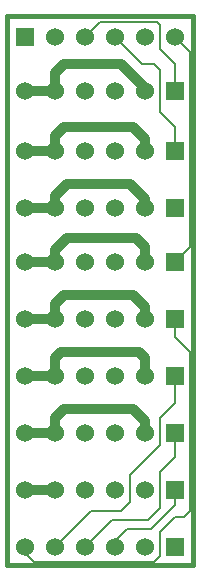
<source format=gtl>
G04 (created by PCBNEW-RS274X (2012-apr-16-27)-stable) date Sun 15 Dec 2013 09:24:04 PM EET*
G01*
G70*
G90*
%MOIN*%
G04 Gerber Fmt 3.4, Leading zero omitted, Abs format*
%FSLAX34Y34*%
G04 APERTURE LIST*
%ADD10C,0.006000*%
%ADD11C,0.015000*%
%ADD12R,0.060000X0.060000*%
%ADD13C,0.060000*%
%ADD14C,0.008000*%
%ADD15C,0.032000*%
G04 APERTURE END LIST*
G54D10*
G54D11*
X24500Y-12400D02*
X24500Y-30700D01*
X30700Y-12400D02*
X24500Y-12400D01*
X30700Y-30700D02*
X30700Y-12400D01*
X24500Y-30700D02*
X30700Y-30700D01*
G54D12*
X30100Y-14900D03*
G54D13*
X29100Y-14900D03*
X28100Y-14900D03*
X27100Y-14900D03*
X26100Y-14900D03*
X25100Y-14900D03*
G54D12*
X30100Y-16900D03*
G54D13*
X29100Y-16900D03*
X28100Y-16900D03*
X27100Y-16900D03*
X26100Y-16900D03*
X25100Y-16900D03*
G54D12*
X30100Y-18800D03*
G54D13*
X29100Y-18800D03*
X28100Y-18800D03*
X27100Y-18800D03*
X26100Y-18800D03*
X25100Y-18800D03*
G54D12*
X30100Y-20600D03*
G54D13*
X29100Y-20600D03*
X28100Y-20600D03*
X27100Y-20600D03*
X26100Y-20600D03*
X25100Y-20600D03*
G54D12*
X30100Y-22500D03*
G54D13*
X29100Y-22500D03*
X28100Y-22500D03*
X27100Y-22500D03*
X26100Y-22500D03*
X25100Y-22500D03*
G54D12*
X30100Y-24400D03*
G54D13*
X29100Y-24400D03*
X28100Y-24400D03*
X27100Y-24400D03*
X26100Y-24400D03*
X25100Y-24400D03*
G54D12*
X30100Y-26300D03*
G54D13*
X29100Y-26300D03*
X28100Y-26300D03*
X27100Y-26300D03*
X26100Y-26300D03*
X25100Y-26300D03*
G54D12*
X30100Y-28200D03*
G54D13*
X29100Y-28200D03*
X28100Y-28200D03*
X27100Y-28200D03*
X26100Y-28200D03*
X25100Y-28200D03*
G54D12*
X25100Y-13100D03*
G54D13*
X26100Y-13100D03*
X27100Y-13100D03*
X28100Y-13100D03*
X29100Y-13100D03*
X30100Y-13100D03*
G54D12*
X30100Y-30100D03*
G54D13*
X29100Y-30100D03*
X28100Y-30100D03*
X27100Y-30100D03*
X26100Y-30100D03*
X25100Y-30100D03*
G54D14*
X29500Y-12600D02*
X29600Y-12700D01*
X27600Y-12600D02*
X29500Y-12600D01*
X27100Y-13100D02*
X27600Y-12600D01*
X30100Y-14000D02*
X30100Y-14900D01*
X29600Y-13500D02*
X30100Y-14000D01*
X29600Y-12700D02*
X29600Y-13500D01*
X30100Y-16100D02*
X30100Y-16900D01*
X28100Y-13100D02*
X29000Y-14000D01*
X29600Y-15600D02*
X30100Y-16100D01*
X29600Y-14200D02*
X29600Y-15600D01*
X29000Y-14000D02*
X29400Y-14000D01*
X29400Y-14000D02*
X29600Y-14200D01*
X30100Y-13100D02*
X30600Y-13600D01*
X30600Y-20100D02*
X30100Y-20600D01*
X30600Y-13600D02*
X30600Y-20100D01*
X25100Y-30100D02*
X25100Y-30300D01*
X30100Y-23100D02*
X30100Y-22500D01*
X30600Y-28900D02*
X30600Y-23600D01*
X30400Y-29100D02*
X30600Y-28900D01*
X30600Y-23600D02*
X30100Y-23100D01*
X30100Y-29100D02*
X30400Y-29100D01*
X29600Y-29600D02*
X30100Y-29100D01*
X29600Y-30400D02*
X29600Y-29600D01*
X25100Y-30300D02*
X25400Y-30600D01*
X29400Y-30600D02*
X29600Y-30400D01*
X25400Y-30600D02*
X29400Y-30600D01*
X26100Y-30100D02*
X27300Y-28900D01*
X30100Y-25300D02*
X30100Y-24400D01*
X29600Y-25800D02*
X30100Y-25300D01*
X29600Y-26700D02*
X29600Y-25800D01*
X28600Y-27700D02*
X29600Y-26700D01*
X28600Y-28600D02*
X28600Y-27700D01*
X28300Y-28900D02*
X28600Y-28600D01*
X27300Y-28900D02*
X28300Y-28900D01*
X30100Y-27100D02*
X30100Y-26300D01*
X29600Y-27600D02*
X30100Y-27100D01*
X27100Y-30100D02*
X28000Y-29200D01*
X28000Y-29200D02*
X29200Y-29200D01*
X29600Y-28800D02*
X29600Y-27600D01*
X29200Y-29200D02*
X29600Y-28800D01*
X28100Y-30100D02*
X28100Y-29900D01*
X30100Y-28700D02*
X30100Y-28200D01*
X29300Y-29500D02*
X30100Y-28700D01*
X28500Y-29500D02*
X29300Y-29500D01*
X28100Y-29900D02*
X28500Y-29500D01*
G54D15*
X26100Y-14300D02*
X26100Y-14900D01*
X29100Y-14800D02*
X28300Y-14000D01*
X25100Y-14900D02*
X26100Y-14900D01*
X26400Y-14000D02*
X26100Y-14300D01*
X29100Y-14900D02*
X29100Y-14800D01*
X28300Y-14000D02*
X26400Y-14000D01*
X25100Y-16900D02*
X26100Y-16900D01*
X29100Y-16900D02*
X29100Y-16500D01*
X26100Y-16400D02*
X26100Y-16900D01*
X26400Y-16100D02*
X26100Y-16400D01*
X28700Y-16100D02*
X26400Y-16100D01*
X29100Y-16500D02*
X28700Y-16100D01*
X29100Y-18800D02*
X29100Y-18500D01*
X26100Y-18800D02*
X25100Y-18800D01*
X26100Y-18400D02*
X26100Y-18800D01*
X26500Y-18000D02*
X26100Y-18400D01*
X29100Y-18500D02*
X28600Y-18000D01*
X28600Y-18000D02*
X26500Y-18000D01*
X26100Y-20600D02*
X25100Y-20600D01*
X29100Y-20600D02*
X29100Y-20100D01*
X26100Y-20200D02*
X26100Y-20600D01*
X26500Y-19800D02*
X26100Y-20200D01*
X28800Y-19800D02*
X26500Y-19800D01*
X29100Y-20100D02*
X28800Y-19800D01*
X26100Y-22500D02*
X25100Y-22500D01*
X29100Y-22500D02*
X29100Y-22100D01*
X26100Y-22000D02*
X26100Y-22500D01*
X26400Y-21700D02*
X26100Y-22000D01*
X28700Y-21700D02*
X26400Y-21700D01*
X29100Y-22100D02*
X28700Y-21700D01*
X26100Y-24400D02*
X25100Y-24400D01*
X29100Y-24400D02*
X29100Y-23800D01*
X29100Y-23800D02*
X28900Y-23600D01*
X26100Y-23800D02*
X26100Y-24400D01*
X28900Y-23600D02*
X26300Y-23600D01*
X26300Y-23600D02*
X26100Y-23800D01*
X29100Y-26300D02*
X29100Y-25900D01*
X26100Y-25800D02*
X26100Y-26300D01*
X26400Y-25500D02*
X26100Y-25800D01*
X28700Y-25500D02*
X26400Y-25500D01*
X29100Y-25900D02*
X28700Y-25500D01*
X25100Y-26300D02*
X26100Y-26300D01*
X25100Y-28200D02*
X26100Y-28200D01*
M02*

</source>
